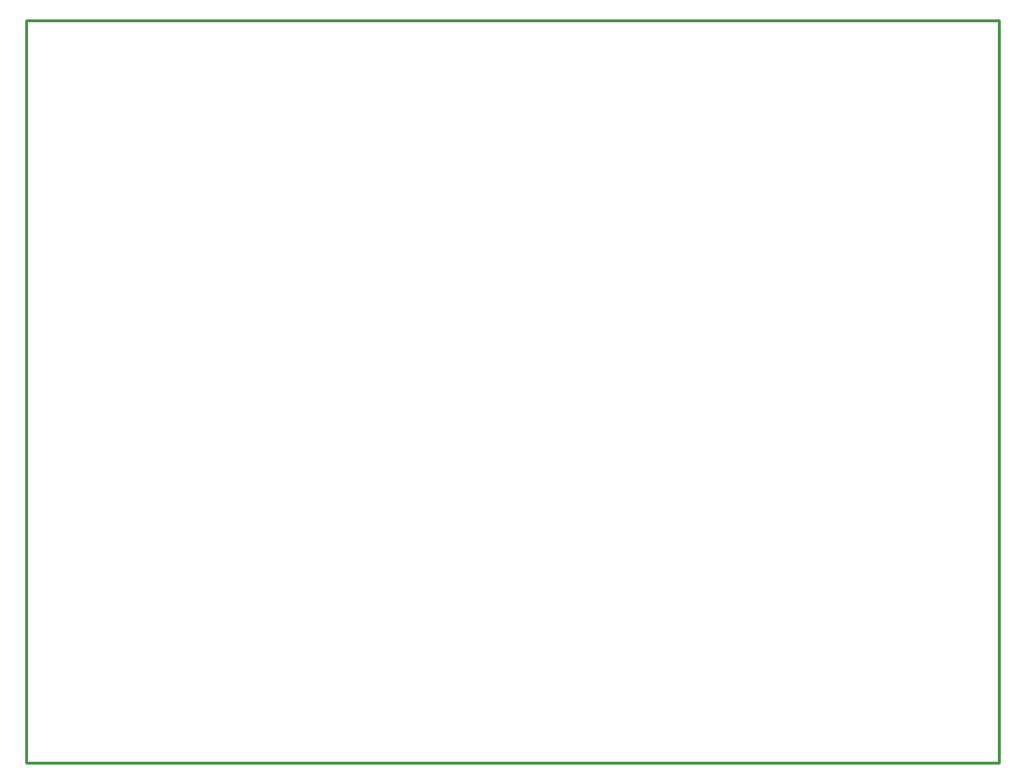
<source format=gbr>
%TF.GenerationSoftware,KiCad,Pcbnew,7.0.9-7.0.9~ubuntu22.04.1*%
%TF.CreationDate,2025-04-18T14:33:26+03:00*%
%TF.ProjectId,RP2350pc_Rev_A,52503233-3530-4706-935f-5265765f412e,A*%
%TF.SameCoordinates,PX68e7780PY7735940*%
%TF.FileFunction,Profile,NP*%
%FSLAX46Y46*%
G04 Gerber Fmt 4.6, Leading zero omitted, Abs format (unit mm)*
G04 Created by KiCad (PCBNEW 7.0.9-7.0.9~ubuntu22.04.1) date 2025-04-18 14:33:26*
%MOMM*%
%LPD*%
G01*
G04 APERTURE LIST*
%TA.AperFunction,Profile*%
%ADD10C,0.254000*%
%TD*%
G04 APERTURE END LIST*
D10*
X0Y65000000D02*
X85000000Y65000000D01*
X85000000Y0D01*
X0Y0D01*
X0Y65000000D01*
M02*

</source>
